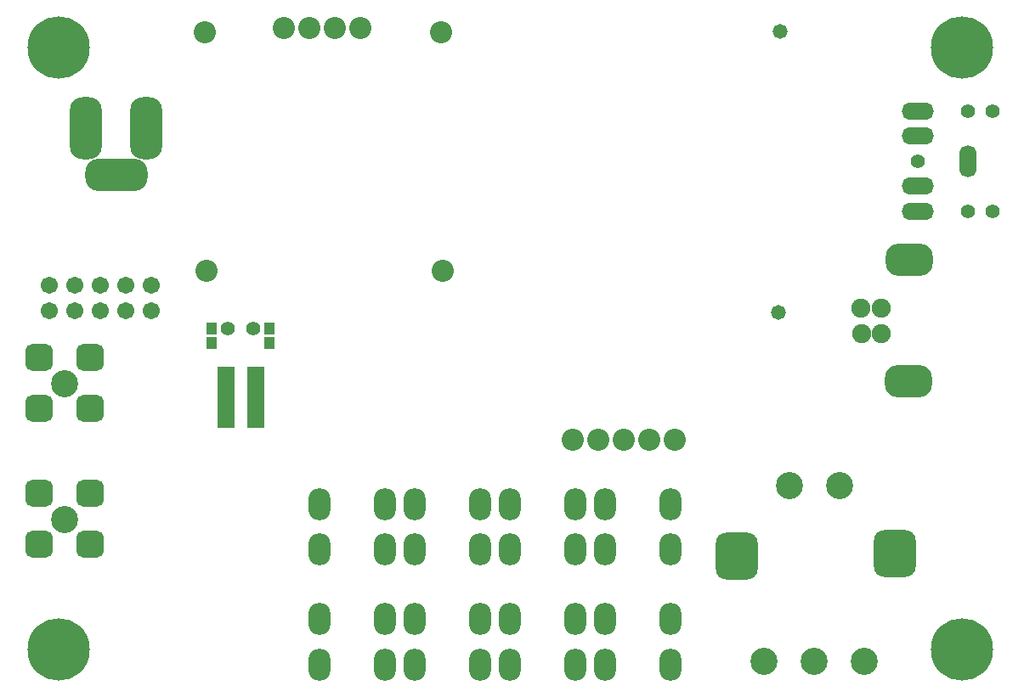
<source format=gbs>
G04*
G04 #@! TF.GenerationSoftware,Altium Limited,Altium Designer,19.1.8 (144)*
G04*
G04 Layer_Color=16711935*
%FSLAX44Y44*%
%MOMM*%
G71*
G01*
G75*
%ADD42R,1.1032X1.1532*%
%ADD56C,1.7032*%
G04:AMPARAMS|DCode=57|XSize=6.2032mm|YSize=3.2032mm|CornerRadius=1.3016mm|HoleSize=0mm|Usage=FLASHONLY|Rotation=180.000|XOffset=0mm|YOffset=0mm|HoleType=Round|Shape=RoundedRectangle|*
%AMROUNDEDRECTD57*
21,1,6.2032,0.6000,0,0,180.0*
21,1,3.6000,3.2032,0,0,180.0*
1,1,2.6032,-1.8000,0.3000*
1,1,2.6032,1.8000,0.3000*
1,1,2.6032,1.8000,-0.3000*
1,1,2.6032,-1.8000,-0.3000*
%
%ADD57ROUNDEDRECTD57*%
G04:AMPARAMS|DCode=58|XSize=6.2032mm|YSize=3.2032mm|CornerRadius=1.3016mm|HoleSize=0mm|Usage=FLASHONLY|Rotation=270.000|XOffset=0mm|YOffset=0mm|HoleType=Round|Shape=RoundedRectangle|*
%AMROUNDEDRECTD58*
21,1,6.2032,0.6000,0,0,270.0*
21,1,3.6000,3.2032,0,0,270.0*
1,1,2.6032,-0.3000,-1.8000*
1,1,2.6032,-0.3000,1.8000*
1,1,2.6032,0.3000,1.8000*
1,1,2.6032,0.3000,-1.8000*
%
%ADD58ROUNDEDRECTD58*%
%ADD59O,2.2032X3.2032*%
%ADD60C,2.7032*%
G04:AMPARAMS|DCode=61|XSize=4.2032mm|YSize=4.7032mm|CornerRadius=1.1016mm|HoleSize=0mm|Usage=FLASHONLY|Rotation=180.000|XOffset=0mm|YOffset=0mm|HoleType=Round|Shape=RoundedRectangle|*
%AMROUNDEDRECTD61*
21,1,4.2032,2.5000,0,0,180.0*
21,1,2.0000,4.7032,0,0,180.0*
1,1,2.2032,-1.0000,1.2500*
1,1,2.2032,1.0000,1.2500*
1,1,2.2032,1.0000,-1.2500*
1,1,2.2032,-1.0000,-1.2500*
%
%ADD61ROUNDEDRECTD61*%
%ADD62C,2.2032*%
%ADD63C,1.4032*%
%ADD64O,3.2032X1.7032*%
%ADD65O,1.7032X3.2032*%
%ADD66C,1.9032*%
G04:AMPARAMS|DCode=67|XSize=2.7032mm|YSize=2.7032mm|CornerRadius=0.7266mm|HoleSize=0mm|Usage=FLASHONLY|Rotation=0.000|XOffset=0mm|YOffset=0mm|HoleType=Round|Shape=RoundedRectangle|*
%AMROUNDEDRECTD67*
21,1,2.7032,1.2500,0,0,0.0*
21,1,1.2500,2.7032,0,0,0.0*
1,1,1.4532,0.6250,-0.6250*
1,1,1.4532,-0.6250,-0.6250*
1,1,1.4532,-0.6250,0.6250*
1,1,1.4532,0.6250,0.6250*
%
%ADD67ROUNDEDRECTD67*%
%ADD68C,6.2032*%
%ADD69C,1.4732*%
%ADD88R,1.7032X6.2032*%
G04:AMPARAMS|DCode=89|XSize=3.2032mm|YSize=4.7032mm|CornerRadius=1.3016mm|HoleSize=0mm|Usage=FLASHONLY|Rotation=90.000|XOffset=0mm|YOffset=0mm|HoleType=Round|Shape=RoundedRectangle|*
%AMROUNDEDRECTD89*
21,1,3.2032,2.1000,0,0,90.0*
21,1,0.6000,4.7032,0,0,90.0*
1,1,2.6032,1.0500,0.3000*
1,1,2.6032,1.0500,-0.3000*
1,1,2.6032,-1.0500,-0.3000*
1,1,2.6032,-1.0500,0.3000*
%
%ADD89ROUNDEDRECTD89*%
D42*
X260000Y369750D02*
D03*
Y355250D02*
D03*
X202500Y369750D02*
D03*
Y355250D02*
D03*
D56*
X142600Y413000D02*
D03*
Y387600D02*
D03*
X117200D02*
D03*
Y413000D02*
D03*
X41000D02*
D03*
Y387600D02*
D03*
X66400Y413000D02*
D03*
Y387600D02*
D03*
X91800Y413000D02*
D03*
Y387600D02*
D03*
D57*
X107500Y523000D02*
D03*
D58*
X137500Y570000D02*
D03*
X77500D02*
D03*
D59*
X660000Y35000D02*
D03*
Y80000D02*
D03*
X595000Y35000D02*
D03*
Y80000D02*
D03*
Y195000D02*
D03*
Y150000D02*
D03*
X660000Y195000D02*
D03*
Y150000D02*
D03*
X565000Y150000D02*
D03*
Y195000D02*
D03*
X500000Y150000D02*
D03*
Y195000D02*
D03*
Y80000D02*
D03*
Y35000D02*
D03*
X565000Y80000D02*
D03*
Y35000D02*
D03*
X470000Y150000D02*
D03*
Y195000D02*
D03*
X405000Y150000D02*
D03*
Y195000D02*
D03*
Y80000D02*
D03*
Y35000D02*
D03*
X470000Y80000D02*
D03*
Y35000D02*
D03*
X375000Y150000D02*
D03*
Y195000D02*
D03*
X310000Y150000D02*
D03*
Y195000D02*
D03*
Y80000D02*
D03*
Y35000D02*
D03*
X375000Y80000D02*
D03*
Y35000D02*
D03*
D60*
X828000Y213000D02*
D03*
X778000D02*
D03*
X853000Y38000D02*
D03*
X803000D02*
D03*
X753000D02*
D03*
X56000Y179800D02*
D03*
Y315000D02*
D03*
D61*
X725500Y143000D02*
D03*
X883000Y145500D02*
D03*
D62*
X562200Y259000D02*
D03*
X587600D02*
D03*
X613000D02*
D03*
X638400D02*
D03*
X663800D02*
D03*
X325400Y670000D02*
D03*
X350800D02*
D03*
X300000D02*
D03*
X274600D02*
D03*
X195900Y665300D02*
D03*
X430900D02*
D03*
X432900Y427300D02*
D03*
X197900D02*
D03*
D63*
X906000Y537000D02*
D03*
X956000Y587000D02*
D03*
Y487000D02*
D03*
X981000D02*
D03*
Y587000D02*
D03*
X244250Y370250D02*
D03*
X219000Y370000D02*
D03*
D64*
X906000Y587000D02*
D03*
Y562000D02*
D03*
Y512000D02*
D03*
Y487000D02*
D03*
D65*
X956000Y537000D02*
D03*
D66*
X850000Y365000D02*
D03*
X870000D02*
D03*
X849400Y390000D02*
D03*
X870000D02*
D03*
D67*
X31000Y205800D02*
D03*
X81800D02*
D03*
X31000Y155000D02*
D03*
X81800D02*
D03*
X31000Y341000D02*
D03*
X81800D02*
D03*
X31000Y290200D02*
D03*
X81800D02*
D03*
D68*
X50000Y50000D02*
D03*
X950000D02*
D03*
X950000Y650000D02*
D03*
X50000D02*
D03*
D69*
X767410Y385631D02*
D03*
X769000Y666000D02*
D03*
D88*
X217250Y301000D02*
D03*
X246250Y301250D02*
D03*
D89*
X897100Y317300D02*
D03*
X898100Y438300D02*
D03*
M02*

</source>
